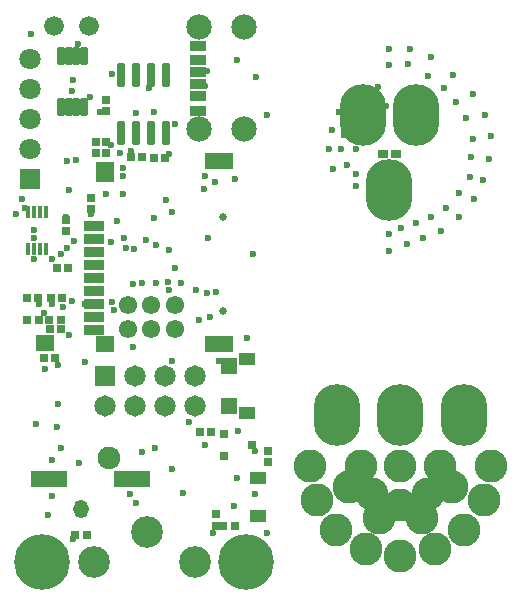
<source format=gts>
G04*
G04 #@! TF.GenerationSoftware,Altium Limited,Altium Designer,20.0.13 (296)*
G04*
G04 Layer_Color=8388736*
%FSLAX25Y25*%
%MOIN*%
G70*
G01*
G75*
%ADD98R,0.03150X0.03110*%
%ADD99R,0.05394X0.04173*%
%ADD100R,0.02953X0.02559*%
%ADD101R,0.02559X0.02953*%
%ADD102R,0.05315X0.04134*%
%ADD103R,0.05709X0.05315*%
G04:AMPARAMS|DCode=104|XSize=62.99mil|YSize=24.8mil|CornerRadius=5.32mil|HoleSize=0mil|Usage=FLASHONLY|Rotation=270.000|XOffset=0mil|YOffset=0mil|HoleType=Round|Shape=RoundedRectangle|*
%AMROUNDEDRECTD104*
21,1,0.06299,0.01417,0,0,270.0*
21,1,0.05236,0.02480,0,0,270.0*
1,1,0.01063,-0.00709,-0.02618*
1,1,0.01063,-0.00709,0.02618*
1,1,0.01063,0.00709,0.02618*
1,1,0.01063,0.00709,-0.02618*
%
%ADD104ROUNDEDRECTD104*%
%ADD105R,0.02854X0.03032*%
%ADD106R,0.01772X0.03937*%
G04:AMPARAMS|DCode=107|XSize=80.71mil|YSize=29.53mil|CornerRadius=5.91mil|HoleSize=0mil|Usage=FLASHONLY|Rotation=90.000|XOffset=0mil|YOffset=0mil|HoleType=Round|Shape=RoundedRectangle|*
%AMROUNDEDRECTD107*
21,1,0.08071,0.01772,0,0,90.0*
21,1,0.06890,0.02953,0,0,90.0*
1,1,0.01181,0.00886,0.03445*
1,1,0.01181,0.00886,-0.03445*
1,1,0.01181,-0.00886,-0.03445*
1,1,0.01181,-0.00886,0.03445*
%
%ADD107ROUNDEDRECTD107*%
%ADD108R,0.05315X0.03347*%
%ADD109R,0.05315X0.03583*%
%ADD110R,0.05315X0.03740*%
%ADD111R,0.03110X0.03150*%
%ADD112R,0.12011X0.05311*%
%ADD113R,0.06890X0.03347*%
%ADD114R,0.09252X0.05315*%
%ADD115R,0.06496X0.05315*%
%ADD116R,0.06496X0.06890*%
%ADD117O,0.15591X0.20591*%
%ADD118R,0.03347X0.02953*%
%ADD119O,0.05091X0.06091*%
%ADD120C,0.07591*%
%ADD121C,0.06591*%
%ADD122C,0.06102*%
%ADD123R,0.05891X0.05391*%
%ADD124R,0.07087X0.07087*%
%ADD125C,0.07087*%
%ADD126R,0.07146X0.07146*%
%ADD127C,0.07146*%
%ADD128C,0.08465*%
%ADD129C,0.18591*%
%ADD130C,0.10591*%
%ADD131C,0.02559*%
%ADD132C,0.02362*%
%ADD133C,0.11000*%
D98*
X537772Y493500D02*
D03*
X534228D02*
D03*
X529772D02*
D03*
X526228D02*
D03*
X537272Y483000D02*
D03*
X533728D02*
D03*
X583921Y448636D02*
D03*
X587464D02*
D03*
X539772Y503500D02*
D03*
X536228D02*
D03*
X531728Y473500D02*
D03*
X535272D02*
D03*
X564272Y540500D02*
D03*
X560728D02*
D03*
X568457Y540000D02*
D03*
X572000D02*
D03*
D99*
X603000Y433500D02*
D03*
Y420626D02*
D03*
D100*
X542000Y414500D02*
D03*
X545937Y414500D02*
D03*
X591532Y417500D02*
D03*
X595469D02*
D03*
X529937Y486000D02*
D03*
X526000D02*
D03*
X533532Y486000D02*
D03*
X537468D02*
D03*
D101*
X589000Y417531D02*
D03*
Y421468D02*
D03*
D102*
X599551Y473055D02*
D03*
Y454945D02*
D03*
D103*
X593449Y470594D02*
D03*
Y457405D02*
D03*
D104*
X537441Y574000D02*
D03*
X540000D02*
D03*
X542559D02*
D03*
X545118D02*
D03*
Y556992D02*
D03*
X542559D02*
D03*
X540000D02*
D03*
X537441D02*
D03*
D105*
X601177Y444500D02*
D03*
X591823Y440760D02*
D03*
Y448240D02*
D03*
D106*
X526547Y522201D02*
D03*
X528516D02*
D03*
X530484D02*
D03*
X532453D02*
D03*
Y509799D02*
D03*
X530484D02*
D03*
X528516D02*
D03*
X526547D02*
D03*
D107*
X557500Y567665D02*
D03*
X562500D02*
D03*
X567500D02*
D03*
X572500D02*
D03*
Y548335D02*
D03*
X567500D02*
D03*
X562500D02*
D03*
X557500D02*
D03*
D108*
X583000Y564705D02*
D03*
Y568642D02*
D03*
D109*
Y572657D02*
D03*
Y560689D02*
D03*
D110*
Y577500D02*
D03*
Y555847D02*
D03*
D111*
X606500Y442272D02*
D03*
Y438728D02*
D03*
X552500Y559272D02*
D03*
Y555728D02*
D03*
X549000Y545272D02*
D03*
Y541728D02*
D03*
X547500Y526772D02*
D03*
Y523228D02*
D03*
X552500Y545272D02*
D03*
Y541728D02*
D03*
X539000Y515728D02*
D03*
Y519272D02*
D03*
D112*
X533500Y433000D02*
D03*
X561060D02*
D03*
D113*
X548268Y482701D02*
D03*
Y487032D02*
D03*
Y491362D02*
D03*
Y495693D02*
D03*
Y500024D02*
D03*
Y504354D02*
D03*
Y508685D02*
D03*
Y513016D02*
D03*
Y517346D02*
D03*
D114*
X590000Y539000D02*
D03*
Y477976D02*
D03*
D115*
X552205D02*
D03*
D116*
Y535457D02*
D03*
D117*
X638121Y554369D02*
D03*
X646859Y529369D02*
D03*
X655621Y554369D02*
D03*
X629338Y454384D02*
D03*
X671896D02*
D03*
X650565D02*
D03*
D118*
X649024Y541458D02*
D03*
X644694D02*
D03*
D119*
X544000Y423000D02*
D03*
D120*
X553374Y440024D02*
D03*
D121*
X546811Y584000D02*
D03*
X535000D02*
D03*
D122*
X559626Y483126D02*
D03*
X567500Y483063D02*
D03*
X575374D02*
D03*
Y491000D02*
D03*
X567500D02*
D03*
X559626D02*
D03*
D123*
X532000Y478500D02*
D03*
D124*
X527000Y533000D02*
D03*
D125*
Y543000D02*
D03*
Y553000D02*
D03*
Y563000D02*
D03*
Y573000D02*
D03*
D126*
X552000Y467500D02*
D03*
D127*
X562000D02*
D03*
X572000D02*
D03*
X582000D02*
D03*
X552000Y457500D02*
D03*
X562000D02*
D03*
X572000D02*
D03*
X582000D02*
D03*
D128*
X598551Y549665D02*
D03*
Y583681D02*
D03*
X583591D02*
D03*
Y549665D02*
D03*
D129*
X599000Y405500D02*
D03*
X531000D02*
D03*
D130*
X566000Y415500D02*
D03*
X548500Y405500D02*
D03*
X582000D02*
D03*
D131*
X591575Y489000D02*
D03*
Y520496D02*
D03*
D132*
X585222Y529762D02*
D03*
X588681Y532026D02*
D03*
X585570Y533918D02*
D03*
X522406Y521292D02*
D03*
X599394Y480235D02*
D03*
X596579Y449130D02*
D03*
X587259Y487096D02*
D03*
X528500Y516000D02*
D03*
Y513500D02*
D03*
X539963Y529537D02*
D03*
X558251Y534056D02*
D03*
X558231Y536830D02*
D03*
X560728Y542272D02*
D03*
X557111Y541612D02*
D03*
X558500Y513500D02*
D03*
X532000Y469586D02*
D03*
X552500Y528000D02*
D03*
X573500Y509500D02*
D03*
X569000Y511000D02*
D03*
X583500Y486000D02*
D03*
X602134Y428134D02*
D03*
X561500Y498200D02*
D03*
X527500Y581500D02*
D03*
X602500Y567000D02*
D03*
X558000Y528000D02*
D03*
X595552Y533135D02*
D03*
X606000Y415000D02*
D03*
X529000Y451500D02*
D03*
X545500Y472000D02*
D03*
X586500Y513500D02*
D03*
X575500Y503500D02*
D03*
X524500Y526500D02*
D03*
X574500Y472500D02*
D03*
X541500Y413000D02*
D03*
X533000Y421000D02*
D03*
X534500Y427500D02*
D03*
Y439500D02*
D03*
X574532Y522031D02*
D03*
X596000Y433500D02*
D03*
X564500Y498500D02*
D03*
X531734Y488328D02*
D03*
X538000Y490500D02*
D03*
X534500Y491500D02*
D03*
X530000D02*
D03*
X559000Y510000D02*
D03*
X541000Y492531D02*
D03*
X554500Y492000D02*
D03*
X555000Y489500D02*
D03*
X561531Y476968D02*
D03*
X569000Y498500D02*
D03*
X553957Y511957D02*
D03*
X561685Y509685D02*
D03*
X565768Y512768D02*
D03*
X568469Y520031D02*
D03*
X562500Y555000D02*
D03*
X550500Y555500D02*
D03*
X541500Y566000D02*
D03*
X541000Y562500D02*
D03*
X554500Y568000D02*
D03*
X547000Y560500D02*
D03*
X573500Y541500D02*
D03*
X573086Y498586D02*
D03*
X572532Y525969D02*
D03*
X586000Y495000D02*
D03*
X589000Y495500D02*
D03*
X573500Y496000D02*
D03*
X547500Y521500D02*
D03*
X525500Y523248D02*
D03*
X541926Y512574D02*
D03*
X580000Y452000D02*
D03*
X539500Y510131D02*
D03*
X590000Y472500D02*
D03*
X537500Y508000D02*
D03*
X534500Y506468D02*
D03*
X528516Y506516D02*
D03*
X542500Y539500D02*
D03*
X539500Y539000D02*
D03*
X575500Y551335D02*
D03*
X568469Y555532D02*
D03*
X566728Y563500D02*
D03*
X554000Y544500D02*
D03*
X568838Y443500D02*
D03*
X564500Y442000D02*
D03*
X602000Y442500D02*
D03*
X606000Y554500D02*
D03*
X596158Y572657D02*
D03*
X585500Y564000D02*
D03*
X586031Y569000D02*
D03*
X577500Y498500D02*
D03*
X582500Y496000D02*
D03*
X545362Y491362D02*
D03*
X540011Y481011D02*
D03*
X556000Y519000D02*
D03*
X562532Y425000D02*
D03*
X536500Y471000D02*
D03*
X539000Y520272D02*
D03*
X585500Y444500D02*
D03*
X601500Y508000D02*
D03*
X595000Y424000D02*
D03*
X587968Y415000D02*
D03*
X543000Y578000D02*
D03*
X536500Y458000D02*
D03*
X574500Y436500D02*
D03*
X536000Y450500D02*
D03*
X543500Y438500D02*
D03*
X537500Y443500D02*
D03*
X578000Y428500D02*
D03*
X560500Y428000D02*
D03*
X635621Y530869D02*
D03*
X653121Y571369D02*
D03*
X659621Y567369D02*
D03*
X646859Y514621D02*
D03*
Y508923D02*
D03*
X650621Y516869D02*
D03*
X652621Y511369D02*
D03*
X655621Y518369D02*
D03*
X658121Y513369D02*
D03*
X660621Y520369D02*
D03*
X664121Y515869D02*
D03*
X665621Y523369D02*
D03*
X670121Y520369D02*
D03*
Y528369D02*
D03*
X675121Y526369D02*
D03*
X673621Y533869D02*
D03*
X678121Y532869D02*
D03*
X674121Y540369D02*
D03*
X680121Y539869D02*
D03*
X674621Y546369D02*
D03*
X680621Y547369D02*
D03*
X672280Y553257D02*
D03*
X678621Y554369D02*
D03*
X669121Y558869D02*
D03*
X674621Y561369D02*
D03*
X665121Y563369D02*
D03*
X668121Y567869D02*
D03*
X660621Y573869D02*
D03*
X653621Y576369D02*
D03*
X646859Y571040D02*
D03*
Y576528D02*
D03*
X635796Y543108D02*
D03*
X627621Y549369D02*
D03*
X630121Y555369D02*
D03*
X636621Y560869D02*
D03*
X643121Y563869D02*
D03*
X645621Y557369D02*
D03*
X642121Y556369D02*
D03*
X638121Y554369D02*
D03*
X634121Y551369D02*
D03*
X631621Y547869D02*
D03*
X635621Y534869D02*
D03*
X628121Y536369D02*
D03*
X632621Y537869D02*
D03*
X626768Y543108D02*
D03*
X630811D02*
D03*
X644694Y541458D02*
D03*
D133*
X650565Y437513D02*
D03*
X662108Y409576D02*
D03*
X650545Y407276D02*
D03*
X638981Y409576D02*
D03*
X629178Y416126D02*
D03*
X622628Y425929D02*
D03*
X620328Y437492D02*
D03*
X680761D02*
D03*
X678461Y425929D02*
D03*
X671911Y416126D02*
D03*
X663734Y437492D02*
D03*
X659871Y428166D02*
D03*
X650545Y424303D02*
D03*
X643388Y420215D02*
D03*
X637356Y437492D02*
D03*
X667822Y430336D02*
D03*
X657701Y420215D02*
D03*
X641219Y428166D02*
D03*
X633267Y430336D02*
D03*
M02*

</source>
